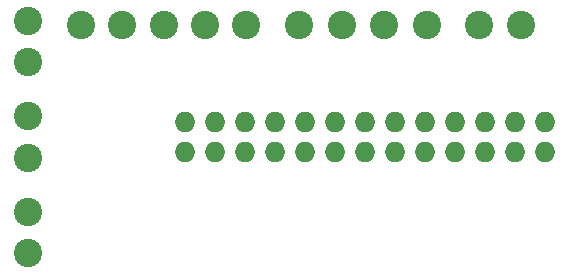
<source format=gts>
G04 #@! TF.FileFunction,Soldermask,Top*
%FSLAX46Y46*%
G04 Gerber Fmt 4.6, Leading zero omitted, Abs format (unit mm)*
G04 Created by KiCad (PCBNEW 4.0.2+dfsg1-stable) date Thu 29 Sep 2016 13:26:16 BST*
%MOMM*%
G01*
G04 APERTURE LIST*
%ADD10C,0.150000*%
%ADD11O,1.727200X1.727200*%
%ADD12C,2.400000*%
G04 APERTURE END LIST*
D10*
D11*
X145800000Y-130300000D03*
X145800000Y-127760000D03*
X148340000Y-130300000D03*
X148340000Y-127760000D03*
X150880000Y-130300000D03*
X150880000Y-127760000D03*
X153420000Y-130300000D03*
X153420000Y-127760000D03*
X155960000Y-130300000D03*
X155960000Y-127760000D03*
X158500000Y-130300000D03*
X158500000Y-127760000D03*
X161040000Y-130300000D03*
X161040000Y-127760000D03*
X163580000Y-130300000D03*
X163580000Y-127760000D03*
X166120000Y-130300000D03*
X166120000Y-127760000D03*
X168660000Y-130300000D03*
X168660000Y-127760000D03*
X171200000Y-130300000D03*
X171200000Y-127760000D03*
X173740000Y-130300000D03*
X173740000Y-127760000D03*
X176280000Y-130300000D03*
X176280000Y-127760000D03*
D12*
X174250000Y-119500000D03*
X170750000Y-119500000D03*
X132500000Y-135350000D03*
X132500000Y-138850000D03*
X132500000Y-127250000D03*
X132500000Y-130750000D03*
X132500000Y-119150000D03*
X132500000Y-122650000D03*
X137000000Y-119500000D03*
X151000000Y-119500000D03*
X140500000Y-119500000D03*
X147500000Y-119500000D03*
X144000000Y-119500000D03*
X166300000Y-119500000D03*
X155500000Y-119500000D03*
X162650000Y-119500000D03*
X159150000Y-119500000D03*
M02*

</source>
